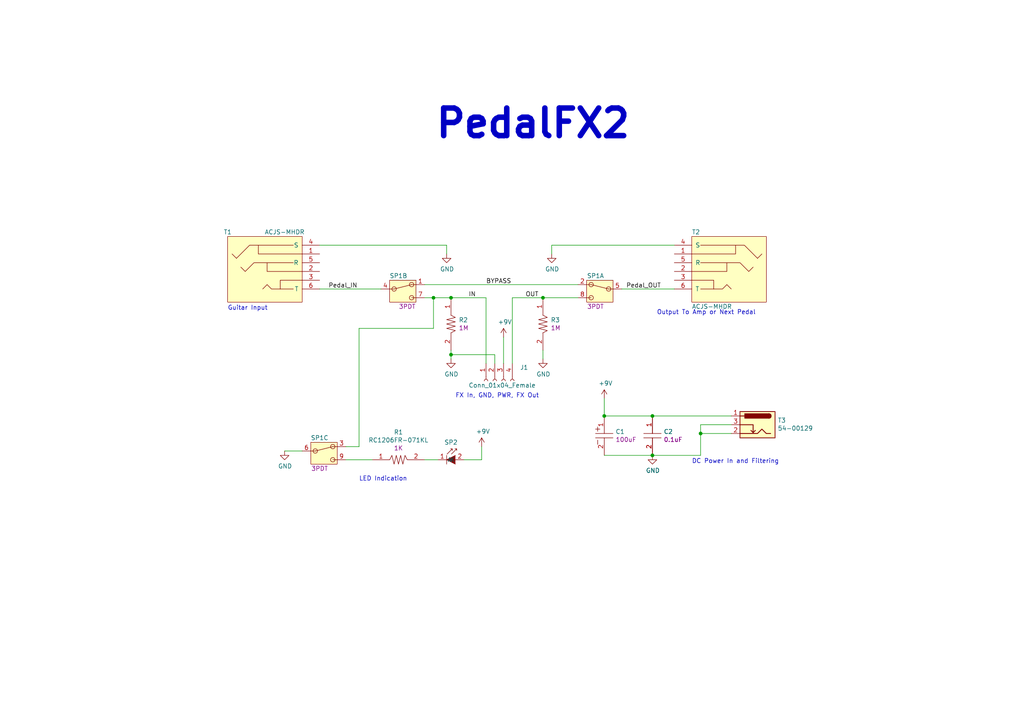
<source format=kicad_sch>
(kicad_sch (version 20230121) (generator eeschema)
  (paper "A4")
  (lib_symbols
    (symbol "PedalFX2_1590N1-rescue:3PDT-StompSwitch_Alt-Special" (pin_names (offset 1.016))
      (property "Reference" "SP" (at -8.89 3.81 0))
      (property "Value" "3PDT-StompSwitch_Alt-Special" (at 0 -5.08 0))
      (property "_Value_" "3PDT" (at 58.42 63.5 0))
      (symbol "3PDT-StompSwitch_Alt-Special_1_1"
        (rectangle (start -3.81 2.54) (end 3.81 -3.81) (fill (type background)))
        (circle (center -2.54 0) (radius 0.635))
        (polyline (pts (xy -2.54 0) (xy -3.81 0)))
        (polyline (pts (xy -2.54 0) (xy 2.54 1.27)))
        (polyline (pts (xy 3.81 -2.54) (xy 2.54 -2.54)))
        (polyline (pts (xy 3.81 1.27) (xy 2.54 1.27)))
        (circle (center 2.54 -2.54) (radius 0.635))
        (circle (center 2.54 1.27) (radius 0.635))
        (pin passive line (at 6.35 1.27 180) (length 2.54) (name "~") (number "2"))
        (pin passive line (at -6.35 0 0) (length 2.54) (name "~") (number "5"))
        (pin passive line (at 6.35 -2.54 180) (length 2.54) (name "~") (number "8"))
      )
      (symbol "3PDT-StompSwitch_Alt-Special_2_1"
        (rectangle (start -3.81 2.54) (end 3.81 2.54))
        (circle (center -2.54 0) (radius 0.635))
        (polyline (pts (xy -3.81 0) (xy -2.54 0)))
        (polyline (pts (xy -2.54 0) (xy 2.54 1.27)))
        (polyline (pts (xy 2.54 -2.54) (xy 3.81 -2.54)))
        (polyline (pts (xy 3.81 1.27) (xy 2.54 1.27)))
        (circle (center 2.54 -2.54) (radius 0.635))
        (circle (center 2.54 1.27) (radius 0.635))
        (rectangle (start 3.81 2.54) (end -3.81 -3.81) (fill (type background)))
        (pin passive line (at 6.35 1.27 180) (length 2.54) (name "~") (number "1"))
        (pin passive line (at -6.35 0 0) (length 2.54) (name "~") (number "4"))
        (pin passive line (at 6.35 -2.54 180) (length 2.54) (name "~") (number "7"))
      )
      (symbol "3PDT-StompSwitch_Alt-Special_3_1"
        (rectangle (start -3.81 2.54) (end 3.81 -3.81) (fill (type background)))
        (circle (center -2.54 0) (radius 0.635))
        (polyline (pts (xy -2.54 0) (xy -3.81 0)))
        (polyline (pts (xy -2.54 0) (xy 2.54 1.27)))
        (polyline (pts (xy 2.54 -2.54) (xy 3.81 -2.54)))
        (polyline (pts (xy 3.81 1.27) (xy 2.54 1.27)))
        (circle (center 2.54 -2.54) (radius 0.635))
        (circle (center 2.54 1.27) (radius 0.635))
        (pin passive line (at 6.35 1.27 180) (length 2.54) (name "~") (number "3"))
        (pin passive line (at -6.35 0 0) (length 2.54) (name "~") (number "6"))
        (pin passive line (at 6.35 -2.54 180) (length 2.54) (name "~") (number "9"))
      )
    )
    (symbol "PedalFX2_1590N1-rescue:54-00129-Connectors" (pin_names (offset 1.016))
      (property "Reference" "T" (at -5.08 5.08 0))
      (property "Value" "54-00129-Connectors" (at 0 -5.08 0))
      (symbol "54-00129-Connectors_1_1"
        (rectangle (start -5.08 3.81) (end 5.08 -3.81) (stroke (width 0.254)) (fill (type background)))
        (arc (start -3.302 3.175) (mid -3.9343 2.54) (end -3.302 1.905) (stroke (width 0.254)))
        (arc (start -3.302 3.175) (mid -3.9343 2.54) (end -3.302 1.905) (stroke (width 0.254)) (fill (type outline)))
        (polyline (pts (xy 1.27 -2.286) (xy 1.905 -1.651)) (stroke (width 0.254)))
        (polyline (pts (xy 5.08 2.54) (xy 3.81 2.54)) (stroke (width 0.254)))
        (polyline (pts (xy 5.08 0) (xy 1.27 0) (xy 1.27 -2.286) (xy 0.635 -1.651)) (stroke (width 0.254)))
        (polyline (pts (xy -3.81 -2.54) (xy -2.54 -2.54) (xy -1.27 -1.27) (xy 0 -2.54) (xy 2.54 -2.54) (xy 5.08 -2.54)) (stroke (width 0.254)))
        (rectangle (start 3.683 3.175) (end -3.302 1.905) (stroke (width 0.254)) (fill (type outline)))
        (pin passive line (at 7.62 2.54 180) (length 2.54) (name "~") (number "1"))
        (pin passive line (at 7.62 -2.54 180) (length 2.54) (name "~") (number "2"))
        (pin passive line (at 7.62 0 180) (length 2.54) (name "~") (number "3"))
      )
    )
    (symbol "PedalFX2_1590N1-rescue:ACJS-MHDR-Connectors" (pin_names (offset 1.016))
      (property "Reference" "T" (at 0 40.64 0))
      (property "Value" "ACJS-MHDR-Connectors" (at 3.81 43.18 0))
      (symbol "ACJS-MHDR-Connectors_0_1"
        (rectangle (start -21.59 5.08) (end 0 -13.97) (fill (type background)))
        (polyline (pts (xy -20.32 0) (xy -19.05 -1.27)))
        (polyline (pts (xy -11.43 -10.16) (xy -11.43 -10.16)))
        (polyline (pts (xy -10.16 -8.89) (xy -11.43 -10.16)))
        (polyline (pts (xy -6.35 -10.16) (xy -6.35 -7.62)))
        (polyline (pts (xy 0 -7.62) (xy -6.35 -7.62)))
        (polyline (pts (xy -2.54 -10.16) (xy -8.89 -10.16) (xy -10.16 -8.89)))
        (polyline (pts (xy -2.54 2.54) (xy -15.24 2.54) (xy -19.05 -1.27)))
        (polyline (pts (xy 0 -5.08) (xy -10.16 -5.08) (xy -10.16 -2.54)))
        (polyline (pts (xy 0 0) (xy -12.7 0) (xy -12.7 2.54)))
        (polyline (pts (xy -2.54 -2.54) (xy -13.97 -2.54) (xy -16.51 -5.08) (xy -17.78 -3.81)))
      )
      (symbol "ACJS-MHDR-Connectors_1_1"
        (pin passive line (at 5.08 0 180) (length 5.08) (name "~") (number "1"))
        (pin passive line (at 5.08 -5.08 180) (length 5.08) (name "~") (number "2"))
        (pin passive line (at 5.08 -7.62 180) (length 5.08) (name "~") (number "3"))
        (pin passive line (at 5.08 2.54 180) (length 5.08) (name "S") (number "4"))
        (pin passive line (at 5.08 -2.54 180) (length 5.08) (name "R") (number "5"))
        (pin passive line (at 5.08 -10.16 180) (length 5.08) (name "T") (number "6"))
      )
    )
    (symbol "PedalFX2_1590N1-rescue:CL21B104KCFNNNE-AVR-KiCAD-Lib-Capacitors" (pin_names (offset 1.016))
      (property "Reference" "C" (at -2.54 2.54 0))
      (property "_Value_" "0.1uF" (at 58.42 63.5 0))
      (symbol "CL21B104KCFNNNE-AVR-KiCAD-Lib-Capacitors_1_1"
        (polyline (pts (xy 0 2.54) (xy 0 -2.54)))
        (polyline (pts (xy 1.27 2.54) (xy 1.27 -2.54)))
        (pin input line (at -5.08 0 0) (length 5.08) (name "~") (number "1"))
        (pin input line (at 6.35 0 180) (length 5.08) (name "~") (number "2"))
      )
    )
    (symbol "PedalFX2_1590N1-rescue:Conn_01x04_Female-Connector" (pin_names (offset 1.016) hide)
      (property "Reference" "J" (at 0 5.08 0))
      (property "Value" "Connector_Conn_01x04_Female" (at 0 -7.62 0))
      (symbol "Conn_01x04_Female-Connector_1_1"
        (arc (start 0 -4.572) (mid -0.5058 -5.08) (end 0 -5.588) (stroke (width 0.1524)))
        (arc (start 0 -2.032) (mid -0.5058 -2.54) (end 0 -3.048) (stroke (width 0.1524)))
        (polyline (pts (xy -1.27 -5.08) (xy -0.508 -5.08)) (stroke (width 0.1524)))
        (polyline (pts (xy -1.27 -2.54) (xy -0.508 -2.54)) (stroke (width 0.1524)))
        (polyline (pts (xy -1.27 0) (xy -0.508 0)) (stroke (width 0.1524)))
        (polyline (pts (xy -1.27 2.54) (xy -0.508 2.54)) (stroke (width 0.1524)))
        (arc (start 0 0.508) (mid -0.5058 0) (end 0 -0.508) (stroke (width 0.1524)))
        (arc (start 0 3.048) (mid -0.5058 2.54) (end 0 2.032) (stroke (width 0.1524)))
        (pin passive line (at -5.08 2.54 0) (length 3.81) (name "Pin_1") (number "1"))
        (pin passive line (at -5.08 0 0) (length 3.81) (name "Pin_2") (number "2"))
        (pin passive line (at -5.08 -2.54 0) (length 3.81) (name "Pin_3") (number "3"))
        (pin passive line (at -5.08 -5.08 0) (length 3.81) (name "Pin_4") (number "4"))
      )
    )
    (symbol "PedalFX2_1590N1-rescue:HLMP-4700-C0002-Special" (pin_names (offset 1.016))
      (property "Reference" "SP" (at -2.54 2.54 0))
      (property "Value" "HLMP-4700-C0002-Special" (at 1.27 5.08 0))
      (symbol "HLMP-4700-C0002-Special_0_1"
        (polyline (pts (xy 1.651 3.175) (xy 1.143 3.175)))
      )
      (symbol "HLMP-4700-C0002-Special_1_1"
        (polyline (pts (xy -1.27 1.27) (xy -1.27 -1.27)) (stroke (width 0.1524)))
        (polyline (pts (xy 0.127 1.651) (xy 1.651 3.175) (xy 1.651 2.667)))
        (polyline (pts (xy 1.27 1.27) (xy -1.27 0) (xy 1.27 -1.27)) (fill (type outline)))
        (polyline (pts (xy -1.143 1.651) (xy 0.381 3.175) (xy 0.381 2.667) (xy 0.381 3.175) (xy -0.127 3.175)))
        (pin passive line (at -3.81 0 0) (length 2.54) (name "K") (number "1"))
        (pin passive line (at 3.81 0 180) (length 2.54) (name "A") (number "2"))
      )
    )
    (symbol "PedalFX2_1590N1-rescue:RC1206FR-071KL-Resistors" (pin_names (offset 1.016))
      (property "Reference" "R" (at -2.54 2.54 0))
      (property "Value" "RC1206FR-071KL-Resistors" (at 1.27 5.08 0))
      (property "_Value_" "1K" (at 58.42 63.5 0))
      (symbol "RC1206FR-071KL-Resistors_1_1"
        (polyline (pts (xy -2.54 0) (xy -1.905 1.27) (xy -1.27 -1.27) (xy -0.635 1.27) (xy 0 -1.27) (xy 0.635 1.27) (xy 1.27 -1.27) (xy 1.905 1.27) (xy 2.54 0)))
        (pin passive line (at -7.62 0 0) (length 5.08) (name "~") (number "1"))
        (pin passive line (at 7.62 0 180) (length 5.08) (name "~") (number "2"))
      )
    )
    (symbol "PedalFX2_1590N1-rescue:RC1206FR-071ML-Resistors" (pin_names (offset 1.016))
      (property "Reference" "R" (at -2.54 2.54 0))
      (property "Value" "RC1206FR-071ML-Resistors" (at 1.27 5.08 0))
      (property "_Value_" "1M" (at 58.42 63.5 0))
      (symbol "RC1206FR-071ML-Resistors_1_1"
        (polyline (pts (xy -2.54 0) (xy -1.905 1.27) (xy -1.27 -1.27) (xy -0.635 1.27) (xy 0 -1.27) (xy 0.635 1.27) (xy 1.27 -1.27) (xy 1.905 1.27) (xy 2.54 0)))
        (pin passive line (at -7.62 0 0) (length 5.08) (name "~") (number "1"))
        (pin passive line (at 7.62 0 180) (length 5.08) (name "~") (number "2"))
      )
    )
    (symbol "PedalFX2_1590N1-rescue:UFW1H101MPD-AVR-KiCAD-Lib-Capacitors" (pin_names (offset 1.016))
      (property "Reference" "C" (at -2.54 2.54 0))
      (property "_Value_" "100uF" (at 58.42 63.5 0))
      (symbol "UFW1H101MPD-AVR-KiCAD-Lib-Capacitors_0_1"
        (polyline (pts (xy -1.27 -1.27) (xy -1.27 -2.54)))
        (polyline (pts (xy -0.635 -1.905) (xy -1.905 -1.905)))
        (polyline (pts (xy 1.905 -1.905) (xy 3.175 -1.905)))
      )
      (symbol "UFW1H101MPD-AVR-KiCAD-Lib-Capacitors_1_1"
        (polyline (pts (xy 0 2.54) (xy 0 -2.54)))
        (polyline (pts (xy 1.27 2.54) (xy 1.27 -2.54)))
        (pin input line (at -5.08 0 0) (length 5.08) (name "~") (number "1"))
        (pin input line (at 6.35 0 180) (length 5.08) (name "~") (number "2"))
      )
    )
    (symbol "power:+9V" (power) (pin_names (offset 0))
      (property "Value" "+9V" (at 0 3.556 0))
      (symbol "+9V_0_1"
        (polyline (pts (xy -0.762 1.27) (xy 0 2.54)))
        (polyline (pts (xy 0 0) (xy 0 2.54)))
        (polyline (pts (xy 0 2.54) (xy 0.762 1.27)))
      )
      (symbol "+9V_1_1"
        (pin power_in line (at 0 0 90) (length 0) hide (name "+9V") (number "1"))
      )
    )
    (symbol "power:GND" (power) (pin_names (offset 0))
      (property "Value" "GND" (at 0 -3.81 0))
      (symbol "GND_0_1"
        (polyline (pts (xy 0 0) (xy 0 -1.27) (xy 1.27 -1.27) (xy 0 -2.54) (xy -1.27 -1.27) (xy 0 -1.27)))
      )
      (symbol "GND_1_1"
        (pin power_in line (at 0 0 270) (length 0) hide (name "GND") (number "1"))
      )
    )
  )
  (junction (at 189.23 132.08))
  (junction (at 130.81 102.87))
  (junction (at 189.23 120.65))
  (junction (at 175.26 120.65))
  (junction (at 157.48 86.36))
  (junction (at 125.73 86.36))
  (junction (at 130.81 86.36))
  (junction (at 203.2 125.73))
  (wire (pts (xy 139.7 133.35) (xy 134.62 133.35)))
  (wire (pts (xy 140.97 86.36) (xy 140.97 105.41)))
  (wire (pts (xy 203.2 125.73) (xy 203.2 132.08)))
  (wire (pts (xy 125.73 95.25) (xy 125.73 86.36)))
  (wire (pts (xy 123.19 133.35) (xy 127 133.35)))
  (wire (pts (xy 195.58 71.12) (xy 160.02 71.12)))
  (wire (pts (xy 104.14 129.54) (xy 104.14 95.25)))
  (wire (pts (xy 157.48 86.36) (xy 167.64 86.36)))
  (wire (pts (xy 104.14 95.25) (xy 125.73 95.25)))
  (wire (pts (xy 146.05 97.79) (xy 146.05 105.41)))
  (wire (pts (xy 87.63 130.81) (xy 82.55 130.81)))
  (wire (pts (xy 130.81 104.14) (xy 130.81 102.87)))
  (wire (pts (xy 175.26 115.57) (xy 175.26 120.65)))
  (wire (pts (xy 123.19 82.55) (xy 167.64 82.55)))
  (wire (pts (xy 148.59 105.41) (xy 148.59 86.36)))
  (wire (pts (xy 212.09 123.19) (xy 203.2 123.19)))
  (wire (pts (xy 139.7 129.54) (xy 139.7 133.35)))
  (wire (pts (xy 125.73 86.36) (xy 130.81 86.36)))
  (wire (pts (xy 110.49 83.82) (xy 92.71 83.82)))
  (wire (pts (xy 189.23 120.65) (xy 175.26 120.65)))
  (wire (pts (xy 189.23 120.65) (xy 212.09 120.65)))
  (wire (pts (xy 143.51 105.41) (xy 143.51 102.87)))
  (wire (pts (xy 212.09 125.73) (xy 203.2 125.73)))
  (wire (pts (xy 129.54 71.12) (xy 129.54 73.66)))
  (wire (pts (xy 130.81 86.36) (xy 140.97 86.36)))
  (wire (pts (xy 100.33 129.54) (xy 104.14 129.54)))
  (wire (pts (xy 92.71 71.12) (xy 129.54 71.12)))
  (wire (pts (xy 123.19 86.36) (xy 125.73 86.36)))
  (wire (pts (xy 130.81 102.87) (xy 130.81 101.6)))
  (wire (pts (xy 203.2 132.08) (xy 189.23 132.08)))
  (wire (pts (xy 203.2 123.19) (xy 203.2 125.73)))
  (wire (pts (xy 175.26 132.08) (xy 189.23 132.08)))
  (wire (pts (xy 195.58 83.82) (xy 180.34 83.82)))
  (wire (pts (xy 160.02 71.12) (xy 160.02 73.66)))
  (wire (pts (xy 157.48 101.6) (xy 157.48 104.14)))
  (wire (pts (xy 143.51 102.87) (xy 130.81 102.87)))
  (wire (pts (xy 100.33 133.35) (xy 107.95 133.35)))
  (wire (pts (xy 148.59 86.36) (xy 157.48 86.36)))
  (text "PedalFX2" (at 125.73 40.64 0) (effects (font (size 8.001 8.001) (thickness 1.6002) bold) (justify left bottom)))
  (text "Guitar Input" (at 66.04 90.17 0) (effects (font (size 1.27 1.27)) (justify left bottom)))
  (text "Output To Amp or Next Pedal" (at 190.5 91.44 0) (effects (font (size 1.27 1.27)) (justify left bottom)))
  (text "LED Indication" (at 104.14 139.7 0) (effects (font (size 1.27 1.27)) (justify left bottom)))
  (text "DC Power In and Filtering" (at 200.66 134.62 0) (effects (font (size 1.27 1.27)) (justify left bottom)))
  (text "FX In, GND, PWR, FX Out" (at 132.08 115.57 0) (effects (font (size 1.27 1.27)) (justify left bottom)))
  (label "BYPASS" (at 140.97 82.55 0))
  (label "OUT" (at 152.4 86.36 0))
  (label "Pedal_IN" (at 95.25 83.82 0))
  (label "IN" (at 135.89 86.36 0))
  (label "Pedal_OUT" (at 181.61 83.82 0))
  (symbol (lib_id "PedalFX2_1590N1-rescue:3PDT-StompSwitch_Alt-Special") (at 173.99 83.82 0) (mirror y) (unit 1)
    (property "Reference" "SP1" (at 172.72 80.01 0))
    (property "Value" "3PDT-StompSwitch_Alt" (effects hide))
    (property "Footprint" "AVR-KiCAD-Lib-Special:Switches_Stomp_Switch_3PDT" (effects hide))
    (property "Cost QTY: 1" "*" (effects hide))
    (property "Cost QTY: 1000" "*" (effects hide))
    (property "Cost QTY: 2500" "*" (effects hide))
    (property "Cost QTY: 5000" "*" (effects hide))
    (property "Cost QTY: 10000" "*" (effects hide))
    (property "MFR" "*" (effects hide))
    (property "MFR#" "*" (effects hide))
    (property "Vendor" "*" (effects hide))
    (property "Vendor #" "*" (effects hide))
    (property "Designer" "*" (effects hide))
    (property "Height" "*" (effects hide))
    (property "Date Created" "4/28/2019" (effects hide))
    (property "Date Modified" "4/28/2019" (effects hide))
    (property "Lead-Free ?" "*" (effects hide))
    (property "RoHS Levels" "*" (effects hide))
    (property "Mounting" "*" (effects hide))
    (property "Pin Count #" "*" (effects hide))
    (property "Status" "*" (effects hide))
    (property "Tolerance" "*" (effects hide))
    (property "Type" "*" (effects hide))
    (property "Voltage" "*" (effects hide))
    (property "Package" "*" (effects hide))
    (property "Description" "*" (effects hide))
    (property "_Value_" "3PDT" (at 172.72 88.9 0))
    (property "Management_ID" "*" (effects hide))
  )
  (symbol (lib_id "PedalFX2_1590N1-rescue:3PDT-StompSwitch_Alt-Special") (at 116.84 83.82 0) (unit 2)
    (property "Reference" "SP1" (at 115.57 80.01 0))
    (property "Value" "3PDT-StompSwitch_Alt" (effects hide))
    (property "Footprint" "AVR-KiCAD-Lib-Special:Switches_Stomp_Switch_3PDT" (effects hide))
    (property "Cost QTY: 1" "*" (effects hide))
    (property "Cost QTY: 1000" "*" (effects hide))
    (property "Cost QTY: 2500" "*" (effects hide))
    (property "Cost QTY: 5000" "*" (effects hide))
    (property "Cost QTY: 10000" "*" (effects hide))
    (property "MFR" "*" (effects hide))
    (property "MFR#" "*" (effects hide))
    (property "Vendor" "*" (effects hide))
    (property "Vendor #" "*" (effects hide))
    (property "Designer" "*" (effects hide))
    (property "Height" "*" (effects hide))
    (property "Date Created" "4/28/2019" (effects hide))
    (property "Date Modified" "4/28/2019" (effects hide))
    (property "Lead-Free ?" "*" (effects hide))
    (property "RoHS Levels" "*" (effects hide))
    (property "Mounting" "*" (effects hide))
    (property "Pin Count #" "*" (effects hide))
    (property "Status" "*" (effects hide))
    (property "Tolerance" "*" (effects hide))
    (property "Type" "*" (effects hide))
    (property "Voltage" "*" (effects hide))
    (property "Package" "*" (effects hide))
    (property "Description" "*" (effects hide))
    (property "_Value_" "3PDT" (at 118.11 88.9 0))
    (property "Management_ID" "*" (effects hide))
  )
  (symbol (lib_id "PedalFX2_1590N1-rescue:3PDT-StompSwitch_Alt-Special") (at 93.98 130.81 0) (unit 3)
    (property "Reference" "SP1" (at 92.71 127 0))
    (property "Value" "3PDT-StompSwitch_Alt" (effects hide))
    (property "Footprint" "AVR-KiCAD-Lib-Special:Switches_Stomp_Switch_3PDT" (effects hide))
    (property "Cost QTY: 1" "*" (effects hide))
    (property "Cost QTY: 1000" "*" (effects hide))
    (property "Cost QTY: 2500" "*" (effects hide))
    (property "Cost QTY: 5000" "*" (effects hide))
    (property "Cost QTY: 10000" "*" (effects hide))
    (property "MFR" "*" (effects hide))
    (property "MFR#" "*" (effects hide))
    (property "Vendor" "*" (effects hide))
    (property "Vendor #" "*" (effects hide))
    (property "Designer" "*" (effects hide))
    (property "Height" "*" (effects hide))
    (property "Date Created" "4/28/2019" (effects hide))
    (property "Date Modified" "4/28/2019" (effects hide))
    (property "Lead-Free ?" "*" (effects hide))
    (property "RoHS Levels" "*" (effects hide))
    (property "Mounting" "*" (effects hide))
    (property "Pin Count #" "*" (effects hide))
    (property "Status" "*" (effects hide))
    (property "Tolerance" "*" (effects hide))
    (property "Type" "*" (effects hide))
    (property "Voltage" "*" (effects hide))
    (property "Package" "*" (effects hide))
    (property "Description" "*" (effects hide))
    (property "_Value_" "3PDT" (at 92.71 135.89 0))
    (property "Management_ID" "*" (effects hide))
  )
  (symbol (lib_id "power:GND") (at 129.54 73.66 0) (unit 1)
    (property "Reference" "#PWR02" (effects hide))
    (property "Value" "GND" (at 129.667 78.0542 0))
  )
  (symbol (lib_id "power:GND") (at 160.02 73.66 0) (unit 1)
    (property "Reference" "#PWR07" (effects hide))
    (property "Value" "GND" (at 160.147 78.0542 0))
  )
  (symbol (lib_id "PedalFX2_1590N1-rescue:Conn_01x04_Female-Connector") (at 143.51 110.49 90) (mirror x) (unit 1)
    (property "Reference" "J1" (at 150.8252 106.5784 90) (effects (justify right)))
    (property "Value" "Conn_01x04_Female" (at 135.89 111.76 90) (effects (justify right)))
    (property "Footprint" "Connector_PinHeader_2.54mm:PinHeader_1x04_P2.54mm_Vertical" (effects hide))
  )
  (symbol (lib_id "PedalFX2_1590N1-rescue:RC1206FR-071ML-Resistors") (at 130.81 93.98 270) (unit 1)
    (property "Reference" "R2" (at 133.0452 92.8116 90) (effects (justify left)))
    (property "Value" "RC1206FR-071ML" (effects hide))
    (property "Footprint" "AVR-KiCAD-Lib-Resistors:R1206" (effects hide))
    (property "Datasheet" "http://www.yageo.com/documents/recent/PYu-RC_Group_51_RoHS_L_10.pdf" (effects hide))
    (property "Cost QTY: 1" "0.100" (effects hide))
    (property "Cost QTY: 1000" "0.01480" (effects hide))
    (property "Cost QTY: 2500" "0.01300" (effects hide))
    (property "Cost QTY: 5000" "*" (effects hide))
    (property "Cost QTY: 10000" "*" (effects hide))
    (property "MFR" "Yageo" (effects hide))
    (property "MFR#" "RC1206FR-071ML" (effects hide))
    (property "Vendor" "Digikey" (effects hide))
    (property "Vendor #" "311-1.00MFRCT-ND" (effects hide))
    (property "Designer" "AVR" (effects hide))
    (property "Height" "0.65mm" (effects hide))
    (property "Date Created" "4/28/2019" (effects hide))
    (property "Date Modified" "4/28/2019" (effects hide))
    (property "Lead-Free ?" "Yes" (effects hide))
    (property "RoHS Levels" "1" (effects hide))
    (property "Mounting" "SMT" (effects hide))
    (property "Pin Count #" "2" (effects hide))
    (property "Status" "Active" (effects hide))
    (property "Tolerance" "1%" (effects hide))
    (property "Type" "SMT Chip Resistor" (effects hide))
    (property "Voltage" "*" (effects hide))
    (property "Package" "1206" (effects hide))
    (property "_Value_" "1M" (at 133.0452 95.123 90) (effects (justify left)))
    (property "Management_ID" "*" (effects hide))
    (property "Description" "RES SMD 1M OHM 1% 1/4W 1206" (effects hide))
  )
  (symbol (lib_id "PedalFX2_1590N1-rescue:RC1206FR-071ML-Resistors") (at 157.48 93.98 270) (unit 1)
    (property "Reference" "R3" (at 159.7152 92.8116 90) (effects (justify left)))
    (property "Value" "RC1206FR-071ML" (effects hide))
    (property "Footprint" "AVR-KiCAD-Lib-Resistors:R1206" (effects hide))
    (property "Datasheet" "http://www.yageo.com/documents/recent/PYu-RC_Group_51_RoHS_L_10.pdf" (effects hide))
    (property "Cost QTY: 1" "0.100" (effects hide))
    (property "Cost QTY: 1000" "0.01480" (effects hide))
    (property "Cost QTY: 2500" "0.01300" (effects hide))
    (property "Cost QTY: 5000" "*" (effects hide))
    (property "Cost QTY: 10000" "*" (effects hide))
    (property "MFR" "Yageo" (effects hide))
    (property "MFR#" "RC1206FR-071ML" (effects hide))
    (property "Vendor" "Digikey" (effects hide))
    (property "Vendor #" "311-1.00MFRCT-ND" (effects hide))
    (property "Designer" "AVR" (effects hide))
    (property "Height" "0.65mm" (effects hide))
    (property "Date Created" "4/28/2019" (effects hide))
    (property "Date Modified" "4/28/2019" (effects hide))
    (property "Lead-Free ?" "Yes" (effects hide))
    (property "RoHS Levels" "1" (effects hide))
    (property "Mounting" "SMT" (effects hide))
    (property "Pin Count #" "2" (effects hide))
    (property "Status" "Active" (effects hide))
    (property "Tolerance" "1%" (effects hide))
    (property "Type" "SMT Chip Resistor" (effects hide))
    (property "Voltage" "*" (effects hide))
    (property "Package" "1206" (effects hide))
    (property "_Value_" "1M" (at 159.7152 95.123 90) (effects (justify left)))
    (property "Management_ID" "*" (effects hide))
    (property "Description" "RES SMD 1M OHM 1% 1/4W 1206" (effects hide))
  )
  (symbol (lib_id "power:GND") (at 157.48 104.14 0) (unit 1)
    (property "Reference" "#PWR06" (effects hide))
    (property "Value" "GND" (at 157.607 108.5342 0))
  )
  (symbol (lib_id "power:GND") (at 130.81 104.14 0) (unit 1)
    (property "Reference" "#PWR03" (effects hide))
    (property "Value" "GND" (at 130.937 108.5342 0))
  )
  (symbol (lib_id "power:+9V") (at 146.05 97.79 0) (unit 1)
    (property "Reference" "#PWR05" (effects hide))
    (property "Value" "+9V" (at 146.431 93.3958 0))
  )
  (symbol (lib_id "PedalFX2_1590N1-rescue:RC1206FR-071KL-Resistors") (at 115.57 133.35 0) (unit 1)
    (property "Reference" "R1" (at 115.57 125.349 0))
    (property "Value" "RC1206FR-071KL" (at 115.57 127.6604 0))
    (property "Footprint" "AVR-KiCAD-Lib-Resistors:R1206" (effects hide))
    (property "Datasheet" "http://www.yageo.com/documents/recent/PYu-RC_Group_51_RoHS_L_10.pdf" (effects hide))
    (property "Cost QTY: 1" "0.10" (effects hide))
    (property "Cost QTY: 1000" "0.01480" (effects hide))
    (property "Cost QTY: 2500" "0.01300" (effects hide))
    (property "Cost QTY: 5000" "*" (effects hide))
    (property "Cost QTY: 10000" "*" (effects hide))
    (property "MFR" "Yageo" (effects hide))
    (property "MFR#" "RC1206FR-071KL" (effects hide))
    (property "Vendor" "Digikey" (effects hide))
    (property "Vendor #" "311-1.00KFRCT-ND" (effects hide))
    (property "Designer" "AVR" (effects hide))
    (property "Height" "0.65mm" (effects hide))
    (property "Date Created" "4/28/2019" (effects hide))
    (property "Date Modified" "4/28/2019" (effects hide))
    (property "Lead-Free ?" "Yes" (effects hide))
    (property "RoHS Levels" "1" (effects hide))
    (property "Mounting" "SMT" (effects hide))
    (property "Pin Count #" "2" (effects hide))
    (property "Status" "Active" (effects hide))
    (property "Tolerance" "1%" (effects hide))
    (property "Type" "SMT Chip Resistor" (effects hide))
    (property "Voltage" "*" (effects hide))
    (property "Package" "1206" (effects hide))
    (property "_Value_" "1K" (at 115.57 129.9718 0))
    (property "Management_ID" "*" (effects hide))
    (property "Description" "RES SMD 1K OHM 1% 1/4W 1206" (effects hide))
  )
  (symbol (lib_id "PedalFX2_1590N1-rescue:HLMP-4700-C0002-Special") (at 130.81 133.35 0) (unit 1)
    (property "Reference" "SP2" (at 130.81 128.2954 0))
    (property "Value" "HLMP-4700-C0002" (effects hide))
    (property "Footprint" "AVR-KiCAD-Lib-Diodesl:LED_D5.0mm" (effects hide))
    (property "Datasheet" "https://docs.broadcom.com/docs/AV02-1557EN" (effects hide))
    (property "Cost QTY: 1" "0.61000" (effects hide))
    (property "Cost QTY: 1000" "*" (effects hide))
    (property "Cost QTY: 2500" "*" (effects hide))
    (property "Cost QTY: 5000" "*" (effects hide))
    (property "Cost QTY: 10000" "*" (effects hide))
    (property "MFR" "Broadcom" (effects hide))
    (property "MFR#" "HLMP-4700-C0002" (effects hide))
    (property "Vendor" "Digikey" (effects hide))
    (property "Vendor #" "516-2483-1-ND" (effects hide))
    (property "Designer" "AVR" (effects hide))
    (property "Height" "9.19mm" (effects hide))
    (property "Date Created" "4/29/2019" (effects hide))
    (property "Date Modified" "4/29/2019" (effects hide))
    (property "Lead-Free ?" "Yes" (effects hide))
    (property "RoHS Levels" "1" (effects hide))
    (property "Mounting" "ThroughHole" (effects hide))
    (property "Pin Count #" "2" (effects hide))
    (property "Status" "Active" (effects hide))
    (property "Tolerance" "*" (effects hide))
    (property "Type" "LED ThroughHole" (effects hide))
    (property "Voltage" "1.7V" (effects hide))
    (property "Package" "5mm" (effects hide))
    (property "Description" "LED RED DIFFUSED T-1 3/4 T/H" (effects hide))
    (property "_Value_" "HLMP-4700-C0002" (effects hide))
    (property "Management_ID" "*" (effects hide))
  )
  (symbol (lib_id "power:+9V") (at 139.7 129.54 0) (unit 1)
    (property "Reference" "#PWR04" (effects hide))
    (property "Value" "+9V" (at 140.081 125.1458 0))
  )
  (symbol (lib_id "power:GND") (at 82.55 130.81 0) (unit 1)
    (property "Reference" "#PWR01" (effects hide))
    (property "Value" "GND" (at 82.677 135.2042 0))
  )
  (symbol (lib_id "PedalFX2_1590N1-rescue:CL21B104KCFNNNE-AVR-KiCAD-Lib-Capacitors") (at 189.23 125.73 270) (unit 1)
    (property "Reference" "C2" (at 192.4812 125.1966 90) (effects (justify left)))
    (property "Value" "CL21B104KCFNNNE" (effects hide))
    (property "Footprint" "AVR-KiCAD-Lib-Capacitors:C0805" (effects hide))
    (property "Datasheet" "https://www.samsungsem.com/kr/support/product-search/mlcc/__icsFiles/afieldfile/2018/07/23/CL21B104KCFNNNE.pdf" (effects hide))
    (property "Cost QTY: 1" "0.100" (effects hide))
    (property "Cost QTY: 1000" "0.01874" (effects hide))
    (property "Cost QTY: 2500" "*" (effects hide))
    (property "Cost QTY: 5000" "*" (effects hide))
    (property "Cost QTY: 10000" "*" (effects hide))
    (property "MFR" "Samsung Electro-Mechanics" (effects hide))
    (property "MFR#" "CL21B104KCFNNNE" (effects hide))
    (property "Vendor" "Digikey" (effects hide))
    (property "Vendor #" "1276-6840-1-ND" (effects hide))
    (property "Designer" "AVR" (effects hide))
    (property "Height" "1.35mm" (effects hide))
    (property "Date Created" "4/29/2019" (effects hide))
    (property "Date Modified" "4/29/2019" (effects hide))
    (property "Lead-Free ?" "Yes" (effects hide))
    (property "RoHS Levels" "1" (effects hide))
    (property "Mounting" "SMT" (effects hide))
    (property "Pin Count #" "2" (effects hide))
    (property "Status" "Active" (effects hide))
    (property "Tolerance" "10%" (effects hide))
    (property "Type" "SMT Ceramic Cap" (effects hide))
    (property "Voltage" "100V" (effects hide))
    (property "Package" "0805" (effects hide))
    (property "Description" "CAP CER 0.1UF 100V X7R 0805" (effects hide))
    (property "_Value_" "0.1uF" (at 192.4812 127.508 90) (effects (justify left)))
    (property "Management_ID" "*" (effects hide))
  )
  (symbol (lib_id "power:+9V") (at 175.26 115.57 0) (unit 1)
    (property "Reference" "#PWR08" (effects hide))
    (property "Value" "+9V" (at 175.641 111.1758 0))
  )
  (symbol (lib_id "power:GND") (at 189.23 132.08 0) (unit 1)
    (property "Reference" "#PWR09" (effects hide))
    (property "Value" "GND" (at 189.357 136.4742 0))
  )
  (symbol (lib_id "PedalFX2_1590N1-rescue:UFW1H101MPD-AVR-KiCAD-Lib-Capacitors") (at 175.26 125.73 270) (unit 1)
    (property "Reference" "C1" (at 178.5112 125.1966 90) (effects (justify left)))
    (property "Value" "UFW1H101MPD" (effects hide))
    (property "Footprint" "AVR-KiCAD-Lib-Capacitors:CP_Radial_D8.0mm_P3.50mm" (effects hide))
    (property "Datasheet" "http://nichicon-us.com/english/products/pdfs/e-ufw.pdf" (effects hide))
    (property "Cost QTY: 1" "0.42000" (effects hide))
    (property "Cost QTY: 1000" "0.11096" (effects hide))
    (property "Cost QTY: 2500" "0.10512" (effects hide))
    (property "Cost QTY: 5000" "0.09928" (effects hide))
    (property "Cost QTY: 10000" "*" (effects hide))
    (property "MFR" "Nichicon" (effects hide))
    (property "MFR#" "UFW1H101MPD" (effects hide))
    (property "Vendor" "Digikey" (effects hide))
    (property "Vendor #" "493-15135-ND" (effects hide))
    (property "Designer" "AVR" (effects hide))
    (property "Height" "11.50mm" (effects hide))
    (property "Date Created" "4/29/2019" (effects hide))
    (property "Date Modified" "4/29/2019" (effects hide))
    (property "Lead-Free ?" "Yes" (effects hide))
    (property "RoHS Levels" "1" (effects hide))
    (property "Mounting" "ThroughHole" (effects hide))
    (property "Pin Count #" "2" (effects hide))
    (property "Status" "Active" (effects hide))
    (property "Tolerance" "20%" (effects hide))
    (property "Type" "Alu Electrolytic Cap" (effects hide))
    (property "Voltage" "50V" (effects hide))
    (property "Package" "Radial8X11.5X3.5" (effects hide))
    (property "Description" "CAP ALUM 100UF 20% 50V RADIAL" (effects hide))
    (property "_Value_" "100uF" (at 178.5112 127.508 90) (effects (justify left)))
    (property "Management_ID" "*" (effects hide))
  )
  (symbol (lib_id "PedalFX2_1590N1-rescue:54-00129-Connectors") (at 219.71 123.19 0) (mirror y) (unit 1)
    (property "Reference" "T3" (at 225.552 121.92 0) (effects (justify right)))
    (property "Value" "54-00129" (at 225.552 124.2314 0) (effects (justify right)))
    (property "Footprint" "AVR-KiCAD-Lib-Connectors:BarrelJack_Horizontal" (effects hide))
    (property "Datasheet" "https://tensility.s3.amazonaws.com/uploads/pdffiles/54-00129.pdf?X-Amz-Expires=600&X-Amz-Date=20190429T194025Z&X-Amz-Algorithm=AWS4-HMAC-SHA256&X-Amz-Credential=AKIAIS2S4WRDQDSWDRZQ%2F20190429%2Fus-west-2%2Fs3%2Faws4_request&X-Amz-SignedHeaders=host&X-Amz-Signature=99ed9c1577b582c8da530602e03991aa31410fe8aa1a56b6fd76746e6c00ec53" (effects hide))
    (property "Cost QTY: 1" "0.93000" (effects hide))
    (property "Cost QTY: 1000" "0.51066" (effects hide))
    (property "Cost QTY: 2500" "0.46278" (effects hide))
    (property "Cost QTY: 5000" "*" (effects hide))
    (property "Cost QTY: 10000" "*" (effects hide))
    (property "MFR" "Tensility International Corp" (effects hide))
    (property "MFR#" "54-00129" (effects hide))
    (property "Vendor" "Digikey" (effects hide))
    (property "Vendor #" "839-1512-ND" (effects hide))
    (property "Designer" "AVR" (effects hide))
    (property "Height" "10.8mm" (effects hide))
    (property "Date Created" "4/29/2019" (effects hide))
    (property "Date Modified" "4/29/2019" (effects hide))
    (property "Lead-Free ?" "Yes" (effects hide))
    (property "RoHS Levels" "1" (effects hide))
    (property "Mounting" "ThroughHole" (effects hide))
    (property "Pin Count #" "3" (effects hide))
    (property "Status" "Active" (effects hide))
    (property "Tolerance" "*" (effects hide))
    (property "Type" "Barrel Jack Connector" (effects hide))
    (property "Voltage" "48V" (effects hide))
    (property "Package" "Barrel Jack" (effects hide))
    (property "Description" "Power Barrel Connector Jack 2.10mm ID (0.083\"), 5.50mm OD (0.217\") Through Hole, Right Angle" (effects hide))
    (property "_Value_" "54-00129" (effects hide))
    (property "Management_ID" "*" (effects hide))
  )
  (symbol (lib_id "PedalFX2_1590N1-rescue:ACJS-MHDR-Connectors") (at 87.63 73.66 0) (unit 1)
    (property "Reference" "T1" (at 66.04 67.31 0))
    (property "Value" "ACJS-MHDR" (at 82.55 67.31 0))
    (property "Footprint" "AVR-KiCAD-Lib-Connectors:ACJS-MHDR" (effects hide))
    (property "Cost QTY: 1" "1.41000" (effects hide))
    (property "Cost QTY: 1000" "0.81420" (effects hide))
    (property "Cost QTY: 2500" "0.74520" (effects hide))
    (property "Cost QTY: 5000" "*" (effects hide))
    (property "Cost QTY: 10000" "*" (effects hide))
    (property "MFR" "Amphenol Sine Systems Corp" (effects hide))
    (property "MFR#" "ACJS-MHDR" (effects hide))
    (property "Vendor" "Digikey" (effects hide))
    (property "Vendor #" "889-1817-ND" (effects hide))
    (property "Designer" "AVR" (effects hide))
    (property "Height" "12.7mm" (effects hide))
    (property "Date Created" "1/5/2019" (effects hide))
    (property "Date Modified" "1/5/2019" (effects hide))
    (property "Lead-Free ?" "Yes" (effects hide))
    (property "RoHS Levels" "RoHS 1" (effects hide))
    (property "Mounting" "ThroughHole" (effects hide))
    (property "Pin Count #" "6" (effects hide))
    (property "Status" "Active" (effects hide))
    (property "Tolerance" "*" (effects hide))
    (property "Type" "TRS Connector 6.35mm" (effects hide))
    (property "Voltage" "*" (effects hide))
    (property "Package" "*" (effects hide))
    (property "Description" "CONN JACK STEREO 1/4\" R/A" (effects hide))
    (property "_Value_" "ACJS-MHDR" (effects hide))
    (property "Management_ID" "*" (effects hide))
  )
  (symbol (lib_id "PedalFX2_1590N1-rescue:ACJS-MHDR-Connectors") (at 200.66 73.66 0) (mirror y) (unit 1)
    (property "Reference" "T2" (at 200.66 67.31 0) (effects (justify right)))
    (property "Value" "ACJS-MHDR" (at 200.66 88.9 0) (effects (justify right)))
    (property "Footprint" "AVR-KiCAD-Lib-Connectors:ACJS-MHDR" (effects hide))
    (property "Cost QTY: 1" "1.41000" (effects hide))
    (property "Cost QTY: 1000" "0.81420" (effects hide))
    (property "Cost QTY: 2500" "0.74520" (effects hide))
    (property "Cost QTY: 5000" "*" (effects hide))
    (property "Cost QTY: 10000" "*" (effects hide))
    (property "MFR" "Amphenol Sine Systems Corp" (effects hide))
    (property "MFR#" "ACJS-MHDR" (effects hide))
    (property "Vendor" "Digikey" (effects hide))
    (property "Vendor #" "889-1817-ND" (effects hide))
    (property "Designer" "AVR" (effects hide))
    (property "Height" "12.7mm" (effects hide))
    (property "Date Created" "1/5/2019" (effects hide))
    (property "Date Modified" "1/5/2019" (effects hide))
    (property "Lead-Free ?" "Yes" (effects hide))
    (property "RoHS Levels" "RoHS 1" (effects hide))
    (property "Mounting" "ThroughHole" (effects hide))
    (property "Pin Count #" "6" (effects hide))
    (property "Status" "Active" (effects hide))
    (property "Tolerance" "*" (effects hide))
    (property "Type" "TRS Connector 6.35mm" (effects hide))
    (property "Voltage" "*" (effects hide))
    (property "Package" "*" (effects hide))
    (property "Description" "CONN JACK STEREO 1/4\" R/A" (effects hide))
    (property "_Value_" "ACJS-MHDR" (effects hide))
    (property "Management_ID" "*" (effects hide))
  )
)
</source>
